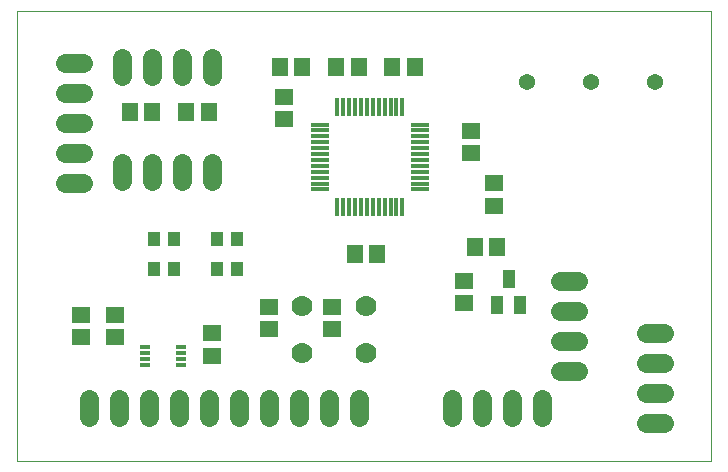
<source format=gbs>
G75*
%MOIN*%
%OFA0B0*%
%FSLAX25Y25*%
%IPPOS*%
%LPD*%
%AMOC8*
5,1,8,0,0,1.08239X$1,22.5*
%
%ADD10C,0.00000*%
%ADD11C,0.07000*%
%ADD12C,0.06400*%
%ADD13R,0.03353X0.01384*%
%ADD14R,0.06306X0.05518*%
%ADD15R,0.06306X0.01502*%
%ADD16R,0.01502X0.06306*%
%ADD17R,0.05518X0.06306*%
%ADD18R,0.04337X0.05912*%
%ADD19R,0.04337X0.04731*%
%ADD20C,0.05400*%
D10*
X0002550Y0001800D02*
X0002550Y0151761D01*
X0233751Y0151761D01*
X0233751Y0001800D01*
X0002550Y0001800D01*
D11*
X0097550Y0037676D03*
X0118800Y0037676D03*
X0118800Y0053424D03*
X0097550Y0053424D03*
D12*
X0096300Y0022300D02*
X0096300Y0016300D01*
X0086300Y0016300D02*
X0086300Y0022300D01*
X0076300Y0022300D02*
X0076300Y0016300D01*
X0066300Y0016300D02*
X0066300Y0022300D01*
X0056300Y0022300D02*
X0056300Y0016300D01*
X0046300Y0016300D02*
X0046300Y0022300D01*
X0036300Y0022300D02*
X0036300Y0016300D01*
X0026300Y0016300D02*
X0026300Y0022300D01*
X0106300Y0022300D02*
X0106300Y0016300D01*
X0116300Y0016300D02*
X0116300Y0022300D01*
X0147550Y0022300D02*
X0147550Y0016300D01*
X0157550Y0016300D02*
X0157550Y0022300D01*
X0167550Y0022300D02*
X0167550Y0016300D01*
X0177550Y0016300D02*
X0177550Y0022300D01*
X0183300Y0031800D02*
X0189300Y0031800D01*
X0189300Y0041800D02*
X0183300Y0041800D01*
X0183300Y0051800D02*
X0189300Y0051800D01*
X0189300Y0061800D02*
X0183300Y0061800D01*
X0212050Y0044300D02*
X0218050Y0044300D01*
X0218050Y0034300D02*
X0212050Y0034300D01*
X0212050Y0024300D02*
X0218050Y0024300D01*
X0218050Y0014300D02*
X0212050Y0014300D01*
X0067550Y0095050D02*
X0067550Y0101050D01*
X0057550Y0101050D02*
X0057550Y0095050D01*
X0047550Y0095050D02*
X0047550Y0101050D01*
X0037550Y0101050D02*
X0037550Y0095050D01*
X0024300Y0094300D02*
X0018300Y0094300D01*
X0018300Y0104300D02*
X0024300Y0104300D01*
X0024300Y0114300D02*
X0018300Y0114300D01*
X0018300Y0124300D02*
X0024300Y0124300D01*
X0037550Y0130050D02*
X0037550Y0136050D01*
X0047550Y0136050D02*
X0047550Y0130050D01*
X0057550Y0130050D02*
X0057550Y0136050D01*
X0067550Y0136050D02*
X0067550Y0130050D01*
X0024300Y0134300D02*
X0018300Y0134300D01*
D13*
X0045001Y0039753D03*
X0045001Y0037784D03*
X0045001Y0035816D03*
X0045001Y0033847D03*
X0057206Y0033847D03*
X0057206Y0035816D03*
X0057206Y0037784D03*
X0057206Y0039753D03*
D14*
X0067550Y0036810D03*
X0067550Y0044290D03*
X0086300Y0045560D03*
X0086300Y0053040D03*
X0107550Y0053040D03*
X0107550Y0045560D03*
X0151300Y0054310D03*
X0151300Y0061790D03*
X0161300Y0086810D03*
X0161300Y0094290D03*
X0153800Y0104310D03*
X0153800Y0111790D03*
X0091300Y0115560D03*
X0091300Y0123040D03*
X0035050Y0050540D03*
X0023800Y0050540D03*
X0023800Y0043060D03*
X0035050Y0043060D03*
D15*
X0103318Y0092223D03*
X0103318Y0094192D03*
X0103318Y0096160D03*
X0103318Y0098129D03*
X0103318Y0100097D03*
X0103318Y0102066D03*
X0103318Y0104034D03*
X0103318Y0106003D03*
X0103318Y0107971D03*
X0103318Y0109940D03*
X0103318Y0111908D03*
X0103318Y0113877D03*
X0136782Y0113877D03*
X0136782Y0111908D03*
X0136782Y0109940D03*
X0136782Y0107971D03*
X0136782Y0106003D03*
X0136782Y0104034D03*
X0136782Y0102066D03*
X0136782Y0100097D03*
X0136782Y0098129D03*
X0136782Y0096160D03*
X0136782Y0094192D03*
X0136782Y0092223D03*
D16*
X0130877Y0086318D03*
X0128908Y0086318D03*
X0126940Y0086318D03*
X0124971Y0086318D03*
X0123003Y0086318D03*
X0121034Y0086318D03*
X0119066Y0086318D03*
X0117097Y0086318D03*
X0115129Y0086318D03*
X0113160Y0086318D03*
X0111192Y0086318D03*
X0109223Y0086318D03*
X0109223Y0119782D03*
X0111192Y0119782D03*
X0113160Y0119782D03*
X0115129Y0119782D03*
X0117097Y0119782D03*
X0119066Y0119782D03*
X0121034Y0119782D03*
X0123003Y0119782D03*
X0124971Y0119782D03*
X0126940Y0119782D03*
X0128908Y0119782D03*
X0130877Y0119782D03*
D17*
X0127560Y0133050D03*
X0135040Y0133050D03*
X0116290Y0133050D03*
X0108810Y0133050D03*
X0097540Y0133050D03*
X0090060Y0133050D03*
X0066290Y0118050D03*
X0058810Y0118050D03*
X0047540Y0118050D03*
X0040060Y0118050D03*
X0115060Y0070550D03*
X0122540Y0070550D03*
X0155060Y0073050D03*
X0162540Y0073050D03*
D18*
X0166300Y0062381D03*
X0162560Y0053719D03*
X0170040Y0053719D03*
D19*
X0075896Y0065550D03*
X0069204Y0065550D03*
X0069204Y0075550D03*
X0075896Y0075550D03*
X0054646Y0075550D03*
X0047954Y0075550D03*
X0047954Y0065550D03*
X0054646Y0065550D03*
D20*
X0172550Y0128050D03*
X0193800Y0128050D03*
X0215050Y0128050D03*
M02*

</source>
